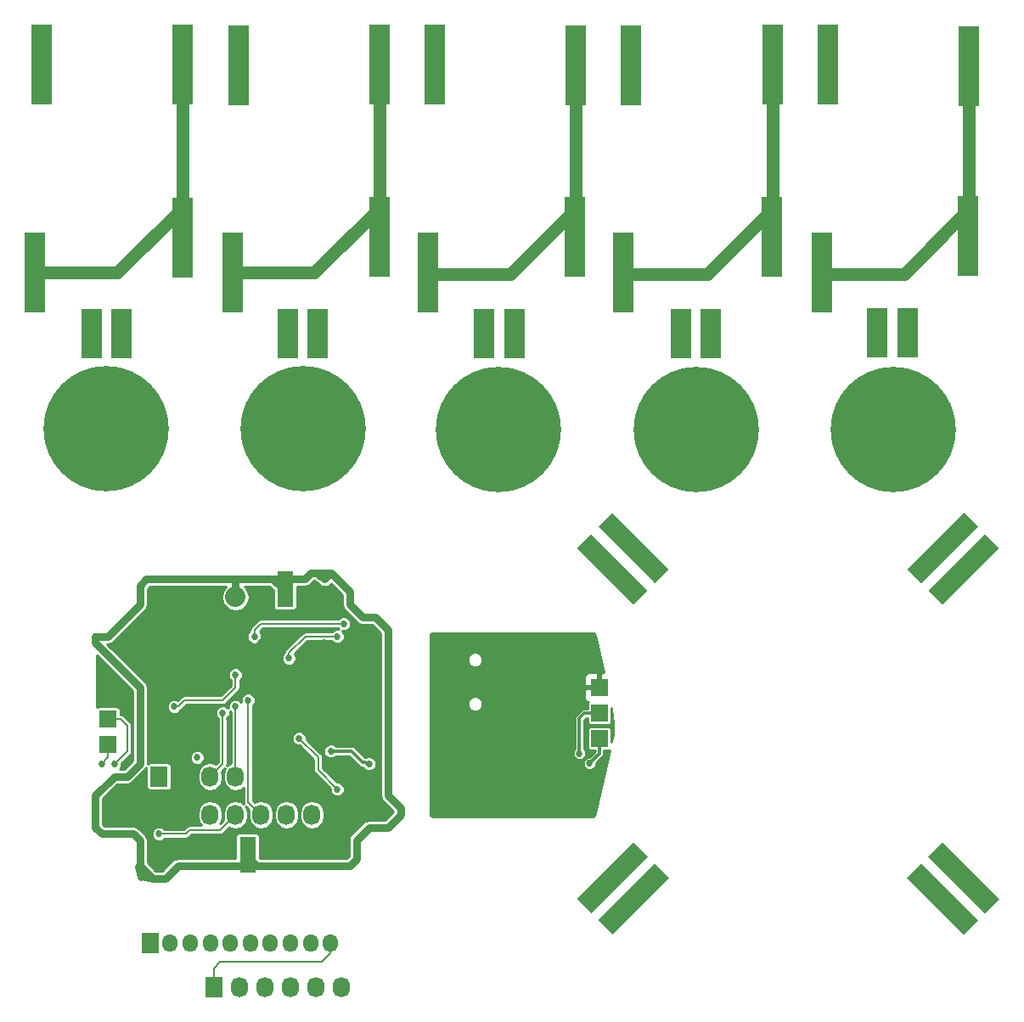
<source format=gbl>
G04 #@! TF.FileFunction,Copper,L2,Bot,Signal*
%FSLAX46Y46*%
G04 Gerber Fmt 4.6, Leading zero omitted, Abs format (unit mm)*
G04 Created by KiCad (PCBNEW (2015-07-22 BZR 5980)-product) date Sun 06 Sep 2015 09:14:58 AM MDT*
%MOMM*%
G01*
G04 APERTURE LIST*
%ADD10C,0.100000*%
%ADD11R,1.727200X2.032000*%
%ADD12O,1.524000X1.778000*%
%ADD13R,1.600200X3.599180*%
%ADD14R,2.032000X2.032000*%
%ADD15O,2.032000X2.032000*%
%ADD16R,1.778000X1.778000*%
%ADD17O,1.727200X2.032000*%
%ADD18R,2.000000X8.000000*%
%ADD19R,2.000000X5.000000*%
%ADD20C,12.500000*%
%ADD21C,0.685800*%
%ADD22C,0.762000*%
%ADD23C,0.177800*%
%ADD24C,0.304800*%
%ADD25C,1.270000*%
%ADD26C,0.254000*%
G04 APERTURE END LIST*
D10*
D11*
X67533500Y-149062500D03*
D12*
X69533500Y-149062500D03*
X71533500Y-149062500D03*
X73533500Y-149062500D03*
X75533500Y-149062500D03*
X77533500Y-149062500D03*
X79533500Y-149062500D03*
X81533500Y-149062500D03*
X83533500Y-149062500D03*
X85533500Y-149062500D03*
D13*
X81000000Y-113730000D03*
D14*
X73498559Y-114561294D03*
D15*
X76038559Y-114561294D03*
D13*
X77250000Y-140230000D03*
D16*
X63338559Y-129293294D03*
X63338559Y-126753294D03*
X63338559Y-124213294D03*
D11*
X70958559Y-136278294D03*
D17*
X73498559Y-136278294D03*
X76038559Y-136278294D03*
X78578559Y-136278294D03*
X81118559Y-136278294D03*
X83658559Y-136278294D03*
D11*
X68418559Y-132468294D03*
D17*
X70958559Y-132468294D03*
X73498559Y-132468294D03*
X76038559Y-132468294D03*
D16*
X112340410Y-128662661D03*
X112340410Y-126122661D03*
X112340410Y-123582661D03*
D18*
X70750000Y-61480000D03*
X90400000Y-61430000D03*
X110000000Y-61530000D03*
X129600000Y-61430000D03*
X70750000Y-78730000D03*
X90400000Y-78630000D03*
X109900000Y-78630000D03*
X129500000Y-78630000D03*
X149200000Y-61630000D03*
X149100000Y-78530000D03*
D19*
X143050000Y-88230000D03*
X140050000Y-88230000D03*
X123450000Y-88280000D03*
X120450000Y-88280000D03*
X103850000Y-88305000D03*
X100850000Y-88305000D03*
X84250000Y-88280000D03*
X81250000Y-88280000D03*
X64675000Y-88305000D03*
X61675000Y-88305000D03*
D18*
X56700000Y-61430000D03*
X76400000Y-61530000D03*
X95900000Y-61430000D03*
X115500000Y-61530000D03*
D10*
G36*
X110103806Y-109669340D02*
X111518020Y-108255126D01*
X117174874Y-113911980D01*
X115760660Y-115326194D01*
X110103806Y-109669340D01*
X110103806Y-109669340D01*
G37*
G36*
X112225126Y-107548020D02*
X113639340Y-106133806D01*
X119296194Y-111790660D01*
X117881980Y-113204874D01*
X112225126Y-107548020D01*
X112225126Y-107548020D01*
G37*
G36*
X148660660Y-106133806D02*
X150074874Y-107548020D01*
X144418020Y-113204874D01*
X143003806Y-111790660D01*
X148660660Y-106133806D01*
X148660660Y-106133806D01*
G37*
G36*
X150781980Y-108255126D02*
X152196194Y-109669340D01*
X146539340Y-115326194D01*
X145125126Y-113911980D01*
X150781980Y-108255126D01*
X150781980Y-108255126D01*
G37*
G36*
X152196194Y-144690660D02*
X150781980Y-146104874D01*
X145125126Y-140448020D01*
X146539340Y-139033806D01*
X152196194Y-144690660D01*
X152196194Y-144690660D01*
G37*
G36*
X150074874Y-146811980D02*
X148660660Y-148226194D01*
X143003806Y-142569340D01*
X144418020Y-141155126D01*
X150074874Y-146811980D01*
X150074874Y-146811980D01*
G37*
G36*
X113639340Y-148226194D02*
X112225126Y-146811980D01*
X117881980Y-141155126D01*
X119296194Y-142569340D01*
X113639340Y-148226194D01*
X113639340Y-148226194D01*
G37*
G36*
X111518020Y-146104874D02*
X110103806Y-144690660D01*
X115760660Y-139033806D01*
X117174874Y-140448020D01*
X111518020Y-146104874D01*
X111518020Y-146104874D01*
G37*
D18*
X135100000Y-61430000D03*
D20*
X122000000Y-97830000D03*
X102300000Y-97830000D03*
X82775000Y-97805000D03*
X63175000Y-97805000D03*
X141600000Y-97830000D03*
D18*
X56000000Y-82230000D03*
X75750000Y-82230000D03*
X95250000Y-82230000D03*
X114750000Y-82230000D03*
X134500000Y-82230000D03*
D11*
X73883500Y-153507500D03*
D17*
X76423500Y-153507500D03*
X78963500Y-153507500D03*
X81503500Y-153507500D03*
X84043500Y-153507500D03*
X86583500Y-153507500D03*
D21*
X84928559Y-112783294D03*
X66660968Y-142434425D03*
X67783559Y-142628294D03*
X66513559Y-141358294D03*
X91160968Y-137548294D03*
X92548559Y-136278294D03*
X91278559Y-122943294D03*
X62068559Y-118498294D03*
X84293559Y-112148294D03*
X85563559Y-112148294D03*
X88750000Y-125630000D03*
X88738559Y-131833294D03*
X87468559Y-121038294D03*
X88738559Y-121038294D03*
X90008559Y-121038294D03*
X64608559Y-135008294D03*
X65878559Y-133738294D03*
X64608559Y-133738294D03*
X69688559Y-114053294D03*
X71593559Y-114053294D03*
X84928559Y-140088294D03*
X86198559Y-138183294D03*
X85563559Y-139453294D03*
X78578559Y-119133294D03*
X67148559Y-122308294D03*
X65243559Y-124213294D03*
X69053559Y-124848294D03*
X69053559Y-115958294D03*
X66513559Y-119768294D03*
X84928559Y-119133294D03*
X79848559Y-132468294D03*
X83023559Y-131198294D03*
X75403559Y-126753294D03*
X81118559Y-126753294D03*
X74133559Y-119133294D03*
X73498559Y-122308294D03*
X89373559Y-131198294D03*
X85563559Y-129928294D03*
X72228559Y-130563294D03*
X68418559Y-138183294D03*
X77308559Y-124848294D03*
X74768559Y-126118294D03*
X76038559Y-125483294D03*
X81372559Y-120657294D03*
X86198559Y-118498294D03*
X86198559Y-133738294D03*
X82388559Y-128658294D03*
X63973559Y-131198294D03*
X69942559Y-125483294D03*
X62703559Y-131198294D03*
X76038559Y-122308294D03*
X105341184Y-124662768D03*
X111341184Y-131162768D03*
X110341184Y-130162768D03*
X86833559Y-117228294D03*
X77943559Y-118513996D03*
D22*
X81000000Y-113980000D02*
X79750000Y-112730000D01*
X76038559Y-114561294D02*
X76038559Y-112730000D01*
X76038559Y-112730000D02*
X76000000Y-112768559D01*
X76000000Y-112768559D02*
X76000000Y-112980000D01*
X76000000Y-112980000D02*
X76000000Y-112730000D01*
X84293559Y-112148294D02*
X83581706Y-112148294D01*
X83581706Y-112148294D02*
X83000000Y-112730000D01*
X83000000Y-112730000D02*
X79750000Y-112730000D01*
X79750000Y-112730000D02*
X76000000Y-112730000D01*
X76000000Y-112730000D02*
X67201853Y-112730000D01*
X67201853Y-112730000D02*
X67148559Y-112783294D01*
X84928559Y-112783294D02*
X84293559Y-112148294D01*
X84293559Y-112148294D02*
X84293559Y-112273559D01*
X84293559Y-112273559D02*
X84500000Y-112480000D01*
X84500000Y-112480000D02*
X84500000Y-112148294D01*
X84928559Y-112783294D02*
X85563559Y-112148294D01*
X85563559Y-112148294D02*
X84500000Y-112148294D01*
X84500000Y-112148294D02*
X84293559Y-112148294D01*
X77250000Y-140230000D02*
X77250000Y-140480000D01*
X77250000Y-140480000D02*
X78128294Y-141358294D01*
X87468559Y-141358294D02*
X78128294Y-141358294D01*
X78128294Y-141358294D02*
X70323559Y-141358294D01*
X66660968Y-142434425D02*
X66410968Y-141460885D01*
X66410968Y-141460885D02*
X66513559Y-141358294D01*
X67783559Y-142628294D02*
X66513559Y-141358294D01*
X67783559Y-142628294D02*
X66717099Y-142378294D01*
X66717099Y-142378294D02*
X66660968Y-142434425D01*
X91160968Y-137548294D02*
X91278559Y-137548294D01*
X91278559Y-137548294D02*
X92548559Y-136278294D01*
X92548559Y-135643294D02*
X91278559Y-134373294D01*
X91278559Y-134373294D02*
X91278559Y-128620518D01*
X92548559Y-136278294D02*
X92548559Y-135643294D01*
X87468559Y-141358294D02*
X88103559Y-140723294D01*
X89373559Y-137548294D02*
X91160968Y-137548294D01*
X88103559Y-138818294D02*
X89373559Y-137548294D01*
X88103559Y-140723294D02*
X88103559Y-138818294D01*
X66513559Y-131198294D02*
X66513559Y-123578294D01*
X62068559Y-119133294D02*
X62703559Y-119768294D01*
X62068559Y-118498294D02*
X62068559Y-119133294D01*
X65878559Y-138183294D02*
X66513559Y-138818294D01*
X62703559Y-138183294D02*
X65878559Y-138183294D01*
X62068559Y-137548294D02*
X62703559Y-138183294D01*
X62068559Y-134373294D02*
X62068559Y-137548294D01*
X66513559Y-141358294D02*
X66513559Y-138818294D01*
X62703559Y-119768294D02*
X66513559Y-123578294D01*
X66513559Y-131198294D02*
X65243559Y-132468294D01*
X63973559Y-132468294D02*
X65243559Y-132468294D01*
X62068559Y-134373294D02*
X63973559Y-132468294D01*
X91278559Y-128620518D02*
X91278559Y-122943294D01*
X91240783Y-128658294D02*
X91278559Y-128620518D01*
X66513559Y-113418294D02*
X66513559Y-115323294D01*
X66513559Y-115323294D02*
X63338559Y-118498294D01*
X63338559Y-118498294D02*
X62068559Y-118498294D01*
X91278559Y-122943294D02*
X91278559Y-117863294D01*
X87468559Y-114053294D02*
X86198559Y-112783294D01*
X87468559Y-115323294D02*
X87468559Y-114053294D01*
X88738559Y-116593294D02*
X87468559Y-115323294D01*
X90008559Y-116593294D02*
X88738559Y-116593294D01*
X91278559Y-117863294D02*
X90008559Y-116593294D01*
X86198559Y-112783294D02*
X85563559Y-112148294D01*
X69053559Y-142628294D02*
X70323559Y-141358294D01*
X67783559Y-142628294D02*
X69053559Y-142628294D01*
X67148559Y-112783294D02*
X66513559Y-113418294D01*
D23*
X88750000Y-125630000D02*
X88750000Y-125730000D01*
X90008559Y-123156654D02*
X90008559Y-121038294D01*
X90008559Y-121038294D02*
X88738559Y-121038294D01*
X64608559Y-133738294D02*
X65878559Y-133738294D01*
X86198559Y-138818294D02*
X86198559Y-138183294D01*
X85563559Y-139453294D02*
X86198559Y-138818294D01*
X63338559Y-124213294D02*
X65243559Y-124213294D01*
D24*
X89373559Y-131198294D02*
X89119559Y-131198294D01*
X88738559Y-131071294D02*
X87595559Y-129928294D01*
X88992559Y-131071294D02*
X88738559Y-131071294D01*
X89119559Y-131198294D02*
X88992559Y-131071294D01*
X87595559Y-129928294D02*
X85563559Y-129928294D01*
D23*
X74514559Y-137802294D02*
X71466559Y-137802294D01*
X71466559Y-137802294D02*
X71085559Y-138183294D01*
X68418559Y-138183294D02*
X71085559Y-138183294D01*
X74514559Y-137802294D02*
X76038559Y-136278294D01*
X78578559Y-136278294D02*
X77308559Y-135008294D01*
X77308559Y-135008294D02*
X77308559Y-124848294D01*
X73498559Y-132468294D02*
X74768559Y-131198294D01*
X74768559Y-131198294D02*
X74768559Y-126118294D01*
X76038559Y-132468294D02*
X76038559Y-125483294D01*
D25*
X56000000Y-82230000D02*
X64250000Y-82230000D01*
X64250000Y-82230000D02*
X70750000Y-75730000D01*
X70750000Y-75730000D02*
X70750000Y-61480000D01*
X70750000Y-61480000D02*
X70750000Y-78730000D01*
X90400000Y-61480000D02*
X90400000Y-78730000D01*
X90400000Y-75730000D02*
X90400000Y-61480000D01*
X83900000Y-82230000D02*
X90400000Y-75730000D01*
X75650000Y-82230000D02*
X83900000Y-82230000D01*
X109950000Y-61580000D02*
X109950000Y-78830000D01*
X109950000Y-75830000D02*
X109950000Y-61580000D01*
X103450000Y-82330000D02*
X109950000Y-75830000D01*
X95200000Y-82330000D02*
X103450000Y-82330000D01*
X114850000Y-82330000D02*
X123100000Y-82330000D01*
X123100000Y-82330000D02*
X129600000Y-75830000D01*
X129600000Y-75830000D02*
X129600000Y-61580000D01*
X129600000Y-61580000D02*
X129600000Y-78830000D01*
D23*
X81372559Y-120657294D02*
X81372559Y-120149294D01*
X83023559Y-118498294D02*
X86198559Y-118498294D01*
X81372559Y-120149294D02*
X83023559Y-118498294D01*
X86198559Y-133738294D02*
X84293559Y-131833294D01*
X84293559Y-131833294D02*
X84293559Y-130563294D01*
X84293559Y-130563294D02*
X82388559Y-128658294D01*
D25*
X149200000Y-61580000D02*
X149200000Y-78830000D01*
X149200000Y-75830000D02*
X149200000Y-61580000D01*
X142700000Y-82330000D02*
X149200000Y-75830000D01*
X134450000Y-82330000D02*
X142700000Y-82330000D01*
D23*
X65243559Y-129928294D02*
X63973559Y-131198294D01*
X64608559Y-126753294D02*
X65243559Y-127388294D01*
X65243559Y-127388294D02*
X65243559Y-129928294D01*
X63338559Y-126753294D02*
X64608559Y-126753294D01*
X63338559Y-129293294D02*
X63338559Y-130563294D01*
X63338559Y-130563294D02*
X62703559Y-131198294D01*
X74768559Y-124848294D02*
X76038559Y-123578294D01*
X70958559Y-124848294D02*
X70323559Y-125483294D01*
X74768559Y-124848294D02*
X70958559Y-124848294D01*
X70323559Y-125483294D02*
X69942559Y-125483294D01*
X76038559Y-123578294D02*
X76038559Y-122308294D01*
D24*
X112341184Y-123622768D02*
X106381184Y-123622768D01*
X106381184Y-123622768D02*
X105341184Y-124662768D01*
X112341184Y-128702768D02*
X112341184Y-130162768D01*
X112341184Y-130162768D02*
X111341184Y-131162768D01*
X112341184Y-126162768D02*
X110841184Y-126162768D01*
X110341184Y-126662768D02*
X110341184Y-130162768D01*
X110841184Y-126162768D02*
X110341184Y-126662768D01*
D23*
X86833559Y-117228294D02*
X80499222Y-117228294D01*
X77943559Y-118513996D02*
X77943559Y-117863294D01*
X78578559Y-117228294D02*
X86833559Y-117228294D01*
X77943559Y-117863294D02*
X78578559Y-117228294D01*
X73883500Y-153507500D02*
X73883500Y-151602500D01*
X85533500Y-150112500D02*
X85533500Y-149062500D01*
X84678500Y-150967500D02*
X85533500Y-150112500D01*
X74518500Y-150967500D02*
X84678500Y-150967500D01*
X73883500Y-151602500D02*
X74518500Y-150967500D01*
D26*
G36*
X90478784Y-128658294D02*
X90516559Y-128848204D01*
X90516559Y-134373294D01*
X90574563Y-134664899D01*
X90683859Y-134828471D01*
X90739744Y-134912109D01*
X91786559Y-135958925D01*
X91786559Y-135962663D01*
X90962929Y-136786294D01*
X89373559Y-136786294D01*
X89081954Y-136844298D01*
X88834743Y-137009479D01*
X87564744Y-138279479D01*
X87399563Y-138526689D01*
X87341559Y-138818294D01*
X87341559Y-140407663D01*
X87152929Y-140596294D01*
X78443925Y-140596294D01*
X78438564Y-140590933D01*
X78438564Y-138430410D01*
X78410378Y-138285136D01*
X78326504Y-138157454D01*
X78199884Y-138071984D01*
X78050100Y-138041946D01*
X76449900Y-138041946D01*
X76304626Y-138070132D01*
X76176944Y-138154006D01*
X76091474Y-138280626D01*
X76061436Y-138430410D01*
X76061436Y-140596294D01*
X70323559Y-140596294D01*
X70031959Y-140654297D01*
X70031954Y-140654298D01*
X69784743Y-140819479D01*
X68737929Y-141866294D01*
X68099190Y-141866294D01*
X67275559Y-141042664D01*
X67275559Y-138818294D01*
X67217555Y-138526689D01*
X67123088Y-138385309D01*
X67083897Y-138326655D01*
X67694534Y-138326655D01*
X67804509Y-138592815D01*
X68007967Y-138796629D01*
X68273935Y-138907068D01*
X68561920Y-138907319D01*
X68828080Y-138797344D01*
X68972482Y-138653194D01*
X71085559Y-138653194D01*
X71265382Y-138617425D01*
X71417828Y-138515563D01*
X71661198Y-138272194D01*
X74514559Y-138272194D01*
X74694382Y-138236425D01*
X74846828Y-138134563D01*
X75449092Y-137532299D01*
X75562271Y-137607923D01*
X76038559Y-137702663D01*
X76514847Y-137607923D01*
X76918624Y-137338128D01*
X77188419Y-136934351D01*
X77283159Y-136458063D01*
X77283159Y-136098525D01*
X77188419Y-135622237D01*
X77048379Y-135412652D01*
X77400372Y-135764645D01*
X77333959Y-136098525D01*
X77333959Y-136458063D01*
X77428699Y-136934351D01*
X77698494Y-137338128D01*
X78102271Y-137607923D01*
X78578559Y-137702663D01*
X79054847Y-137607923D01*
X79458624Y-137338128D01*
X79728419Y-136934351D01*
X79823159Y-136458063D01*
X79823159Y-136098525D01*
X79873959Y-136098525D01*
X79873959Y-136458063D01*
X79968699Y-136934351D01*
X80238494Y-137338128D01*
X80642271Y-137607923D01*
X81118559Y-137702663D01*
X81594847Y-137607923D01*
X81998624Y-137338128D01*
X82268419Y-136934351D01*
X82363159Y-136458063D01*
X82363159Y-136098525D01*
X82413959Y-136098525D01*
X82413959Y-136458063D01*
X82508699Y-136934351D01*
X82778494Y-137338128D01*
X83182271Y-137607923D01*
X83658559Y-137702663D01*
X84134847Y-137607923D01*
X84538624Y-137338128D01*
X84808419Y-136934351D01*
X84903159Y-136458063D01*
X84903159Y-136098525D01*
X84808419Y-135622237D01*
X84538624Y-135218460D01*
X84134847Y-134948665D01*
X83658559Y-134853925D01*
X83182271Y-134948665D01*
X82778494Y-135218460D01*
X82508699Y-135622237D01*
X82413959Y-136098525D01*
X82363159Y-136098525D01*
X82363159Y-136098525D01*
X82268419Y-135622237D01*
X81998624Y-135218460D01*
X81594847Y-134948665D01*
X81118559Y-134853925D01*
X80642271Y-134948665D01*
X80238494Y-135218460D01*
X79968699Y-135622237D01*
X79873959Y-136098525D01*
X79823159Y-136098525D01*
X79823159Y-136098525D01*
X79728419Y-135622237D01*
X79458624Y-135218460D01*
X79054847Y-134948665D01*
X78578559Y-134853925D01*
X78102271Y-134948665D01*
X77989092Y-135024289D01*
X77778459Y-134813656D01*
X77778459Y-128801655D01*
X81664534Y-128801655D01*
X81774509Y-129067815D01*
X81977967Y-129271629D01*
X82243935Y-129382068D01*
X82447973Y-129382246D01*
X83823659Y-130757933D01*
X83823659Y-131833294D01*
X83848921Y-131960294D01*
X83859428Y-132013117D01*
X83961290Y-132165563D01*
X85474711Y-133678984D01*
X85474534Y-133881655D01*
X85584509Y-134147815D01*
X85787967Y-134351629D01*
X86053935Y-134462068D01*
X86341920Y-134462319D01*
X86608080Y-134352344D01*
X86811894Y-134148886D01*
X86922333Y-133882918D01*
X86922584Y-133594933D01*
X86812609Y-133328773D01*
X86609151Y-133124959D01*
X86343183Y-133014520D01*
X86139146Y-133014342D01*
X84763459Y-131638656D01*
X84763459Y-130563294D01*
X84727690Y-130383471D01*
X84713695Y-130362526D01*
X84625829Y-130231025D01*
X84466459Y-130071655D01*
X84839534Y-130071655D01*
X84949509Y-130337815D01*
X85152967Y-130541629D01*
X85418935Y-130652068D01*
X85706920Y-130652319D01*
X85973080Y-130542344D01*
X86053871Y-130461694D01*
X87374617Y-130461694D01*
X88361388Y-131448465D01*
X88534436Y-131564091D01*
X88738559Y-131604694D01*
X88758219Y-131604694D01*
X88759509Y-131607815D01*
X88962967Y-131811629D01*
X89228935Y-131922068D01*
X89516920Y-131922319D01*
X89783080Y-131812344D01*
X89986894Y-131608886D01*
X90097333Y-131342918D01*
X90097584Y-131054933D01*
X89987609Y-130788773D01*
X89784151Y-130584959D01*
X89518183Y-130474520D01*
X89230198Y-130474269D01*
X89049029Y-130549127D01*
X88992559Y-130537894D01*
X88959501Y-130537894D01*
X87972730Y-129551123D01*
X87799682Y-129435497D01*
X87595559Y-129394894D01*
X86053946Y-129394894D01*
X85974151Y-129314959D01*
X85708183Y-129204520D01*
X85420198Y-129204269D01*
X85154038Y-129314244D01*
X84950224Y-129517702D01*
X84839785Y-129783670D01*
X84839534Y-130071655D01*
X84466459Y-130071655D01*
X83112407Y-128717604D01*
X83112584Y-128514933D01*
X83002609Y-128248773D01*
X82799151Y-128044959D01*
X82533183Y-127934520D01*
X82245198Y-127934269D01*
X81979038Y-128044244D01*
X81775224Y-128247702D01*
X81664785Y-128513670D01*
X81664534Y-128801655D01*
X77778459Y-128801655D01*
X77778459Y-125402070D01*
X77921894Y-125258886D01*
X78032333Y-124992918D01*
X78032584Y-124704933D01*
X77922609Y-124438773D01*
X77719151Y-124234959D01*
X77453183Y-124124520D01*
X77165198Y-124124269D01*
X76899038Y-124234244D01*
X76695224Y-124437702D01*
X76584785Y-124703670D01*
X76584534Y-124991655D01*
X76594350Y-125015412D01*
X76449151Y-124869959D01*
X76183183Y-124759520D01*
X75895198Y-124759269D01*
X75629038Y-124869244D01*
X75425224Y-125072702D01*
X75314785Y-125338670D01*
X75314534Y-125626655D01*
X75324350Y-125650412D01*
X75179151Y-125504959D01*
X74913183Y-125394520D01*
X74625198Y-125394269D01*
X74359038Y-125504244D01*
X74155224Y-125707702D01*
X74044785Y-125973670D01*
X74044534Y-126261655D01*
X74154509Y-126527815D01*
X74298659Y-126672217D01*
X74298659Y-131003655D01*
X74088026Y-131214289D01*
X73974847Y-131138665D01*
X73498559Y-131043925D01*
X73022271Y-131138665D01*
X72618494Y-131408460D01*
X72348699Y-131812237D01*
X72253959Y-132288525D01*
X72253959Y-132648063D01*
X72348699Y-133124351D01*
X72618494Y-133528128D01*
X73022271Y-133797923D01*
X73498559Y-133892663D01*
X73974847Y-133797923D01*
X74378624Y-133528128D01*
X74648419Y-133124351D01*
X74743159Y-132648063D01*
X74743159Y-132288525D01*
X74676746Y-131954646D01*
X75028738Y-131602654D01*
X74888699Y-131812237D01*
X74793959Y-132288525D01*
X74793959Y-132648063D01*
X74888699Y-133124351D01*
X75158494Y-133528128D01*
X75562271Y-133797923D01*
X76038559Y-133892663D01*
X76514847Y-133797923D01*
X76838659Y-133581559D01*
X76838659Y-135008294D01*
X76863921Y-135135293D01*
X76874428Y-135188117D01*
X76875408Y-135189584D01*
X76514847Y-134948665D01*
X76038559Y-134853925D01*
X75562271Y-134948665D01*
X75158494Y-135218460D01*
X74888699Y-135622237D01*
X74793959Y-136098525D01*
X74793959Y-136458063D01*
X74860372Y-136791942D01*
X74508379Y-137143936D01*
X74648419Y-136934351D01*
X74743159Y-136458063D01*
X74743159Y-136098525D01*
X74648419Y-135622237D01*
X74378624Y-135218460D01*
X73974847Y-134948665D01*
X73498559Y-134853925D01*
X73022271Y-134948665D01*
X72618494Y-135218460D01*
X72348699Y-135622237D01*
X72253959Y-136098525D01*
X72253959Y-136458063D01*
X72348699Y-136934351D01*
X72614663Y-137332394D01*
X71466559Y-137332394D01*
X71293377Y-137366842D01*
X71286736Y-137368163D01*
X71134289Y-137470025D01*
X70890921Y-137713394D01*
X68972335Y-137713394D01*
X68829151Y-137569959D01*
X68563183Y-137459520D01*
X68275198Y-137459269D01*
X68009038Y-137569244D01*
X67805224Y-137772702D01*
X67694785Y-138038670D01*
X67694534Y-138326655D01*
X67083897Y-138326655D01*
X67052375Y-138279479D01*
X66417374Y-137644479D01*
X66384437Y-137622471D01*
X66170164Y-137479298D01*
X65878559Y-137421294D01*
X63019190Y-137421294D01*
X62830559Y-137232664D01*
X62830559Y-134688924D01*
X64289189Y-133230294D01*
X65243559Y-133230294D01*
X65535164Y-133172290D01*
X65782374Y-133007109D01*
X67052374Y-131737110D01*
X67166495Y-131566316D01*
X67166495Y-133484294D01*
X67194681Y-133629568D01*
X67278555Y-133757250D01*
X67405175Y-133842720D01*
X67554959Y-133872758D01*
X69282159Y-133872758D01*
X69427433Y-133844572D01*
X69555115Y-133760698D01*
X69640585Y-133634078D01*
X69670623Y-133484294D01*
X69670623Y-131452294D01*
X69642437Y-131307020D01*
X69558563Y-131179338D01*
X69431943Y-131093868D01*
X69282159Y-131063830D01*
X67554959Y-131063830D01*
X67409685Y-131092016D01*
X67282003Y-131175890D01*
X67275559Y-131185436D01*
X67275559Y-130706655D01*
X71504534Y-130706655D01*
X71614509Y-130972815D01*
X71817967Y-131176629D01*
X72083935Y-131287068D01*
X72371920Y-131287319D01*
X72638080Y-131177344D01*
X72841894Y-130973886D01*
X72952333Y-130707918D01*
X72952584Y-130419933D01*
X72842609Y-130153773D01*
X72639151Y-129949959D01*
X72373183Y-129839520D01*
X72085198Y-129839269D01*
X71819038Y-129949244D01*
X71615224Y-130152702D01*
X71504785Y-130418670D01*
X71504534Y-130706655D01*
X67275559Y-130706655D01*
X67275559Y-125626655D01*
X69218534Y-125626655D01*
X69328509Y-125892815D01*
X69531967Y-126096629D01*
X69797935Y-126207068D01*
X70085920Y-126207319D01*
X70352080Y-126097344D01*
X70555894Y-125893886D01*
X70562531Y-125877903D01*
X70655828Y-125815563D01*
X71153198Y-125318194D01*
X74768559Y-125318194D01*
X74948382Y-125282425D01*
X75100828Y-125180563D01*
X76370828Y-123910564D01*
X76472690Y-123758117D01*
X76485631Y-123693056D01*
X76508459Y-123578294D01*
X76508459Y-122862070D01*
X76651894Y-122718886D01*
X76762333Y-122452918D01*
X76762584Y-122164933D01*
X76652609Y-121898773D01*
X76449151Y-121694959D01*
X76183183Y-121584520D01*
X75895198Y-121584269D01*
X75629038Y-121694244D01*
X75425224Y-121897702D01*
X75314785Y-122163670D01*
X75314534Y-122451655D01*
X75424509Y-122717815D01*
X75568659Y-122862217D01*
X75568659Y-123383655D01*
X74573921Y-124378394D01*
X70958559Y-124378394D01*
X70778736Y-124414163D01*
X70626290Y-124516024D01*
X70296061Y-124846253D01*
X70087183Y-124759520D01*
X69799198Y-124759269D01*
X69533038Y-124869244D01*
X69329224Y-125072702D01*
X69218785Y-125338670D01*
X69218534Y-125626655D01*
X67275559Y-125626655D01*
X67275559Y-123578294D01*
X67217555Y-123286689D01*
X67122322Y-123144163D01*
X67052375Y-123039479D01*
X63273189Y-119260294D01*
X63338559Y-119260294D01*
X63630164Y-119202290D01*
X63877374Y-119037109D01*
X64257126Y-118657357D01*
X77219534Y-118657357D01*
X77329509Y-118923517D01*
X77532967Y-119127331D01*
X77798935Y-119237770D01*
X78086920Y-119238021D01*
X78353080Y-119128046D01*
X78556894Y-118924588D01*
X78667333Y-118658620D01*
X78667584Y-118370635D01*
X78557609Y-118104475D01*
X78462346Y-118009045D01*
X78773198Y-117698194D01*
X86279783Y-117698194D01*
X86365032Y-117783592D01*
X86343183Y-117774520D01*
X86055198Y-117774269D01*
X85789038Y-117884244D01*
X85644636Y-118028394D01*
X83023559Y-118028394D01*
X82843736Y-118064163D01*
X82691290Y-118166024D01*
X81040290Y-119817025D01*
X80938428Y-119969471D01*
X80914020Y-120092176D01*
X80759224Y-120246702D01*
X80648785Y-120512670D01*
X80648534Y-120800655D01*
X80758509Y-121066815D01*
X80961967Y-121270629D01*
X81227935Y-121381068D01*
X81515920Y-121381319D01*
X81782080Y-121271344D01*
X81985894Y-121067886D01*
X82096333Y-120801918D01*
X82096584Y-120513933D01*
X81986609Y-120247773D01*
X81962635Y-120223757D01*
X83218198Y-118968194D01*
X85644783Y-118968194D01*
X85787967Y-119111629D01*
X86053935Y-119222068D01*
X86341920Y-119222319D01*
X86608080Y-119112344D01*
X86811894Y-118908886D01*
X86922333Y-118642918D01*
X86922584Y-118354933D01*
X86812609Y-118088773D01*
X86667086Y-117942996D01*
X86688935Y-117952068D01*
X86976920Y-117952319D01*
X87243080Y-117842344D01*
X87446894Y-117638886D01*
X87557333Y-117372918D01*
X87557584Y-117084933D01*
X87447609Y-116818773D01*
X87244151Y-116614959D01*
X86978183Y-116504520D01*
X86690198Y-116504269D01*
X86424038Y-116614244D01*
X86279636Y-116758394D01*
X78578559Y-116758394D01*
X78398736Y-116794163D01*
X78246290Y-116896024D01*
X77611290Y-117531025D01*
X77509428Y-117683471D01*
X77473659Y-117863294D01*
X77473659Y-117960220D01*
X77330224Y-118103404D01*
X77219785Y-118369372D01*
X77219534Y-118657357D01*
X64257126Y-118657357D01*
X67052374Y-115862109D01*
X67217555Y-115614899D01*
X67217555Y-115614898D01*
X67275559Y-115323294D01*
X67275559Y-113733924D01*
X67517484Y-113492000D01*
X75131693Y-113492000D01*
X75050731Y-113546097D01*
X74747899Y-113999316D01*
X74641559Y-114533925D01*
X74641559Y-114588663D01*
X74747899Y-115123272D01*
X75050731Y-115576491D01*
X75503950Y-115879323D01*
X76038559Y-115985663D01*
X76573168Y-115879323D01*
X77026387Y-115576491D01*
X77329219Y-115123272D01*
X77435559Y-114588663D01*
X77435559Y-114533925D01*
X77329219Y-113999316D01*
X77026387Y-113546097D01*
X76945425Y-113492000D01*
X79434370Y-113492000D01*
X79811436Y-113869066D01*
X79811436Y-115529590D01*
X79839622Y-115674864D01*
X79923496Y-115802546D01*
X80050116Y-115888016D01*
X80199900Y-115918054D01*
X81800100Y-115918054D01*
X81945374Y-115889868D01*
X82073056Y-115805994D01*
X82158526Y-115679374D01*
X82188564Y-115529590D01*
X82188564Y-113492000D01*
X83000000Y-113492000D01*
X83291605Y-113433996D01*
X83538815Y-113268815D01*
X83875000Y-112932631D01*
X83961185Y-113018816D01*
X84109377Y-113117834D01*
X84208395Y-113183996D01*
X84262366Y-113194731D01*
X84389744Y-113322110D01*
X84636955Y-113487290D01*
X84928559Y-113545294D01*
X85220164Y-113487290D01*
X85467375Y-113322110D01*
X85467379Y-113322104D01*
X85563559Y-113225924D01*
X85659744Y-113322110D01*
X85659747Y-113322112D01*
X86706559Y-114368925D01*
X86706559Y-115323294D01*
X86764563Y-115614899D01*
X86867502Y-115768957D01*
X86929744Y-115862109D01*
X88199743Y-117132109D01*
X88397032Y-117263933D01*
X88446954Y-117297290D01*
X88738559Y-117355294D01*
X89692929Y-117355294D01*
X90516559Y-118178925D01*
X90516559Y-128468384D01*
X90478784Y-128658294D01*
X90478784Y-128658294D01*
G37*
X90478784Y-128658294D02*
X90516559Y-128848204D01*
X90516559Y-134373294D01*
X90574563Y-134664899D01*
X90683859Y-134828471D01*
X90739744Y-134912109D01*
X91786559Y-135958925D01*
X91786559Y-135962663D01*
X90962929Y-136786294D01*
X89373559Y-136786294D01*
X89081954Y-136844298D01*
X88834743Y-137009479D01*
X87564744Y-138279479D01*
X87399563Y-138526689D01*
X87341559Y-138818294D01*
X87341559Y-140407663D01*
X87152929Y-140596294D01*
X78443925Y-140596294D01*
X78438564Y-140590933D01*
X78438564Y-138430410D01*
X78410378Y-138285136D01*
X78326504Y-138157454D01*
X78199884Y-138071984D01*
X78050100Y-138041946D01*
X76449900Y-138041946D01*
X76304626Y-138070132D01*
X76176944Y-138154006D01*
X76091474Y-138280626D01*
X76061436Y-138430410D01*
X76061436Y-140596294D01*
X70323559Y-140596294D01*
X70031959Y-140654297D01*
X70031954Y-140654298D01*
X69784743Y-140819479D01*
X68737929Y-141866294D01*
X68099190Y-141866294D01*
X67275559Y-141042664D01*
X67275559Y-138818294D01*
X67217555Y-138526689D01*
X67123088Y-138385309D01*
X67083897Y-138326655D01*
X67694534Y-138326655D01*
X67804509Y-138592815D01*
X68007967Y-138796629D01*
X68273935Y-138907068D01*
X68561920Y-138907319D01*
X68828080Y-138797344D01*
X68972482Y-138653194D01*
X71085559Y-138653194D01*
X71265382Y-138617425D01*
X71417828Y-138515563D01*
X71661198Y-138272194D01*
X74514559Y-138272194D01*
X74694382Y-138236425D01*
X74846828Y-138134563D01*
X75449092Y-137532299D01*
X75562271Y-137607923D01*
X76038559Y-137702663D01*
X76514847Y-137607923D01*
X76918624Y-137338128D01*
X77188419Y-136934351D01*
X77283159Y-136458063D01*
X77283159Y-136098525D01*
X77188419Y-135622237D01*
X77048379Y-135412652D01*
X77400372Y-135764645D01*
X77333959Y-136098525D01*
X77333959Y-136458063D01*
X77428699Y-136934351D01*
X77698494Y-137338128D01*
X78102271Y-137607923D01*
X78578559Y-137702663D01*
X79054847Y-137607923D01*
X79458624Y-137338128D01*
X79728419Y-136934351D01*
X79823159Y-136458063D01*
X79823159Y-136098525D01*
X79873959Y-136098525D01*
X79873959Y-136458063D01*
X79968699Y-136934351D01*
X80238494Y-137338128D01*
X80642271Y-137607923D01*
X81118559Y-137702663D01*
X81594847Y-137607923D01*
X81998624Y-137338128D01*
X82268419Y-136934351D01*
X82363159Y-136458063D01*
X82363159Y-136098525D01*
X82413959Y-136098525D01*
X82413959Y-136458063D01*
X82508699Y-136934351D01*
X82778494Y-137338128D01*
X83182271Y-137607923D01*
X83658559Y-137702663D01*
X84134847Y-137607923D01*
X84538624Y-137338128D01*
X84808419Y-136934351D01*
X84903159Y-136458063D01*
X84903159Y-136098525D01*
X84808419Y-135622237D01*
X84538624Y-135218460D01*
X84134847Y-134948665D01*
X83658559Y-134853925D01*
X83182271Y-134948665D01*
X82778494Y-135218460D01*
X82508699Y-135622237D01*
X82413959Y-136098525D01*
X82363159Y-136098525D01*
X82363159Y-136098525D01*
X82268419Y-135622237D01*
X81998624Y-135218460D01*
X81594847Y-134948665D01*
X81118559Y-134853925D01*
X80642271Y-134948665D01*
X80238494Y-135218460D01*
X79968699Y-135622237D01*
X79873959Y-136098525D01*
X79823159Y-136098525D01*
X79823159Y-136098525D01*
X79728419Y-135622237D01*
X79458624Y-135218460D01*
X79054847Y-134948665D01*
X78578559Y-134853925D01*
X78102271Y-134948665D01*
X77989092Y-135024289D01*
X77778459Y-134813656D01*
X77778459Y-128801655D01*
X81664534Y-128801655D01*
X81774509Y-129067815D01*
X81977967Y-129271629D01*
X82243935Y-129382068D01*
X82447973Y-129382246D01*
X83823659Y-130757933D01*
X83823659Y-131833294D01*
X83848921Y-131960294D01*
X83859428Y-132013117D01*
X83961290Y-132165563D01*
X85474711Y-133678984D01*
X85474534Y-133881655D01*
X85584509Y-134147815D01*
X85787967Y-134351629D01*
X86053935Y-134462068D01*
X86341920Y-134462319D01*
X86608080Y-134352344D01*
X86811894Y-134148886D01*
X86922333Y-133882918D01*
X86922584Y-133594933D01*
X86812609Y-133328773D01*
X86609151Y-133124959D01*
X86343183Y-133014520D01*
X86139146Y-133014342D01*
X84763459Y-131638656D01*
X84763459Y-130563294D01*
X84727690Y-130383471D01*
X84713695Y-130362526D01*
X84625829Y-130231025D01*
X84466459Y-130071655D01*
X84839534Y-130071655D01*
X84949509Y-130337815D01*
X85152967Y-130541629D01*
X85418935Y-130652068D01*
X85706920Y-130652319D01*
X85973080Y-130542344D01*
X86053871Y-130461694D01*
X87374617Y-130461694D01*
X88361388Y-131448465D01*
X88534436Y-131564091D01*
X88738559Y-131604694D01*
X88758219Y-131604694D01*
X88759509Y-131607815D01*
X88962967Y-131811629D01*
X89228935Y-131922068D01*
X89516920Y-131922319D01*
X89783080Y-131812344D01*
X89986894Y-131608886D01*
X90097333Y-131342918D01*
X90097584Y-131054933D01*
X89987609Y-130788773D01*
X89784151Y-130584959D01*
X89518183Y-130474520D01*
X89230198Y-130474269D01*
X89049029Y-130549127D01*
X88992559Y-130537894D01*
X88959501Y-130537894D01*
X87972730Y-129551123D01*
X87799682Y-129435497D01*
X87595559Y-129394894D01*
X86053946Y-129394894D01*
X85974151Y-129314959D01*
X85708183Y-129204520D01*
X85420198Y-129204269D01*
X85154038Y-129314244D01*
X84950224Y-129517702D01*
X84839785Y-129783670D01*
X84839534Y-130071655D01*
X84466459Y-130071655D01*
X83112407Y-128717604D01*
X83112584Y-128514933D01*
X83002609Y-128248773D01*
X82799151Y-128044959D01*
X82533183Y-127934520D01*
X82245198Y-127934269D01*
X81979038Y-128044244D01*
X81775224Y-128247702D01*
X81664785Y-128513670D01*
X81664534Y-128801655D01*
X77778459Y-128801655D01*
X77778459Y-125402070D01*
X77921894Y-125258886D01*
X78032333Y-124992918D01*
X78032584Y-124704933D01*
X77922609Y-124438773D01*
X77719151Y-124234959D01*
X77453183Y-124124520D01*
X77165198Y-124124269D01*
X76899038Y-124234244D01*
X76695224Y-124437702D01*
X76584785Y-124703670D01*
X76584534Y-124991655D01*
X76594350Y-125015412D01*
X76449151Y-124869959D01*
X76183183Y-124759520D01*
X75895198Y-124759269D01*
X75629038Y-124869244D01*
X75425224Y-125072702D01*
X75314785Y-125338670D01*
X75314534Y-125626655D01*
X75324350Y-125650412D01*
X75179151Y-125504959D01*
X74913183Y-125394520D01*
X74625198Y-125394269D01*
X74359038Y-125504244D01*
X74155224Y-125707702D01*
X74044785Y-125973670D01*
X74044534Y-126261655D01*
X74154509Y-126527815D01*
X74298659Y-126672217D01*
X74298659Y-131003655D01*
X74088026Y-131214289D01*
X73974847Y-131138665D01*
X73498559Y-131043925D01*
X73022271Y-131138665D01*
X72618494Y-131408460D01*
X72348699Y-131812237D01*
X72253959Y-132288525D01*
X72253959Y-132648063D01*
X72348699Y-133124351D01*
X72618494Y-133528128D01*
X73022271Y-133797923D01*
X73498559Y-133892663D01*
X73974847Y-133797923D01*
X74378624Y-133528128D01*
X74648419Y-133124351D01*
X74743159Y-132648063D01*
X74743159Y-132288525D01*
X74676746Y-131954646D01*
X75028738Y-131602654D01*
X74888699Y-131812237D01*
X74793959Y-132288525D01*
X74793959Y-132648063D01*
X74888699Y-133124351D01*
X75158494Y-133528128D01*
X75562271Y-133797923D01*
X76038559Y-133892663D01*
X76514847Y-133797923D01*
X76838659Y-133581559D01*
X76838659Y-135008294D01*
X76863921Y-135135293D01*
X76874428Y-135188117D01*
X76875408Y-135189584D01*
X76514847Y-134948665D01*
X76038559Y-134853925D01*
X75562271Y-134948665D01*
X75158494Y-135218460D01*
X74888699Y-135622237D01*
X74793959Y-136098525D01*
X74793959Y-136458063D01*
X74860372Y-136791942D01*
X74508379Y-137143936D01*
X74648419Y-136934351D01*
X74743159Y-136458063D01*
X74743159Y-136098525D01*
X74648419Y-135622237D01*
X74378624Y-135218460D01*
X73974847Y-134948665D01*
X73498559Y-134853925D01*
X73022271Y-134948665D01*
X72618494Y-135218460D01*
X72348699Y-135622237D01*
X72253959Y-136098525D01*
X72253959Y-136458063D01*
X72348699Y-136934351D01*
X72614663Y-137332394D01*
X71466559Y-137332394D01*
X71293377Y-137366842D01*
X71286736Y-137368163D01*
X71134289Y-137470025D01*
X70890921Y-137713394D01*
X68972335Y-137713394D01*
X68829151Y-137569959D01*
X68563183Y-137459520D01*
X68275198Y-137459269D01*
X68009038Y-137569244D01*
X67805224Y-137772702D01*
X67694785Y-138038670D01*
X67694534Y-138326655D01*
X67083897Y-138326655D01*
X67052375Y-138279479D01*
X66417374Y-137644479D01*
X66384437Y-137622471D01*
X66170164Y-137479298D01*
X65878559Y-137421294D01*
X63019190Y-137421294D01*
X62830559Y-137232664D01*
X62830559Y-134688924D01*
X64289189Y-133230294D01*
X65243559Y-133230294D01*
X65535164Y-133172290D01*
X65782374Y-133007109D01*
X67052374Y-131737110D01*
X67166495Y-131566316D01*
X67166495Y-133484294D01*
X67194681Y-133629568D01*
X67278555Y-133757250D01*
X67405175Y-133842720D01*
X67554959Y-133872758D01*
X69282159Y-133872758D01*
X69427433Y-133844572D01*
X69555115Y-133760698D01*
X69640585Y-133634078D01*
X69670623Y-133484294D01*
X69670623Y-131452294D01*
X69642437Y-131307020D01*
X69558563Y-131179338D01*
X69431943Y-131093868D01*
X69282159Y-131063830D01*
X67554959Y-131063830D01*
X67409685Y-131092016D01*
X67282003Y-131175890D01*
X67275559Y-131185436D01*
X67275559Y-130706655D01*
X71504534Y-130706655D01*
X71614509Y-130972815D01*
X71817967Y-131176629D01*
X72083935Y-131287068D01*
X72371920Y-131287319D01*
X72638080Y-131177344D01*
X72841894Y-130973886D01*
X72952333Y-130707918D01*
X72952584Y-130419933D01*
X72842609Y-130153773D01*
X72639151Y-129949959D01*
X72373183Y-129839520D01*
X72085198Y-129839269D01*
X71819038Y-129949244D01*
X71615224Y-130152702D01*
X71504785Y-130418670D01*
X71504534Y-130706655D01*
X67275559Y-130706655D01*
X67275559Y-125626655D01*
X69218534Y-125626655D01*
X69328509Y-125892815D01*
X69531967Y-126096629D01*
X69797935Y-126207068D01*
X70085920Y-126207319D01*
X70352080Y-126097344D01*
X70555894Y-125893886D01*
X70562531Y-125877903D01*
X70655828Y-125815563D01*
X71153198Y-125318194D01*
X74768559Y-125318194D01*
X74948382Y-125282425D01*
X75100828Y-125180563D01*
X76370828Y-123910564D01*
X76472690Y-123758117D01*
X76485631Y-123693056D01*
X76508459Y-123578294D01*
X76508459Y-122862070D01*
X76651894Y-122718886D01*
X76762333Y-122452918D01*
X76762584Y-122164933D01*
X76652609Y-121898773D01*
X76449151Y-121694959D01*
X76183183Y-121584520D01*
X75895198Y-121584269D01*
X75629038Y-121694244D01*
X75425224Y-121897702D01*
X75314785Y-122163670D01*
X75314534Y-122451655D01*
X75424509Y-122717815D01*
X75568659Y-122862217D01*
X75568659Y-123383655D01*
X74573921Y-124378394D01*
X70958559Y-124378394D01*
X70778736Y-124414163D01*
X70626290Y-124516024D01*
X70296061Y-124846253D01*
X70087183Y-124759520D01*
X69799198Y-124759269D01*
X69533038Y-124869244D01*
X69329224Y-125072702D01*
X69218785Y-125338670D01*
X69218534Y-125626655D01*
X67275559Y-125626655D01*
X67275559Y-123578294D01*
X67217555Y-123286689D01*
X67122322Y-123144163D01*
X67052375Y-123039479D01*
X63273189Y-119260294D01*
X63338559Y-119260294D01*
X63630164Y-119202290D01*
X63877374Y-119037109D01*
X64257126Y-118657357D01*
X77219534Y-118657357D01*
X77329509Y-118923517D01*
X77532967Y-119127331D01*
X77798935Y-119237770D01*
X78086920Y-119238021D01*
X78353080Y-119128046D01*
X78556894Y-118924588D01*
X78667333Y-118658620D01*
X78667584Y-118370635D01*
X78557609Y-118104475D01*
X78462346Y-118009045D01*
X78773198Y-117698194D01*
X86279783Y-117698194D01*
X86365032Y-117783592D01*
X86343183Y-117774520D01*
X86055198Y-117774269D01*
X85789038Y-117884244D01*
X85644636Y-118028394D01*
X83023559Y-118028394D01*
X82843736Y-118064163D01*
X82691290Y-118166024D01*
X81040290Y-119817025D01*
X80938428Y-119969471D01*
X80914020Y-120092176D01*
X80759224Y-120246702D01*
X80648785Y-120512670D01*
X80648534Y-120800655D01*
X80758509Y-121066815D01*
X80961967Y-121270629D01*
X81227935Y-121381068D01*
X81515920Y-121381319D01*
X81782080Y-121271344D01*
X81985894Y-121067886D01*
X82096333Y-120801918D01*
X82096584Y-120513933D01*
X81986609Y-120247773D01*
X81962635Y-120223757D01*
X83218198Y-118968194D01*
X85644783Y-118968194D01*
X85787967Y-119111629D01*
X86053935Y-119222068D01*
X86341920Y-119222319D01*
X86608080Y-119112344D01*
X86811894Y-118908886D01*
X86922333Y-118642918D01*
X86922584Y-118354933D01*
X86812609Y-118088773D01*
X86667086Y-117942996D01*
X86688935Y-117952068D01*
X86976920Y-117952319D01*
X87243080Y-117842344D01*
X87446894Y-117638886D01*
X87557333Y-117372918D01*
X87557584Y-117084933D01*
X87447609Y-116818773D01*
X87244151Y-116614959D01*
X86978183Y-116504520D01*
X86690198Y-116504269D01*
X86424038Y-116614244D01*
X86279636Y-116758394D01*
X78578559Y-116758394D01*
X78398736Y-116794163D01*
X78246290Y-116896024D01*
X77611290Y-117531025D01*
X77509428Y-117683471D01*
X77473659Y-117863294D01*
X77473659Y-117960220D01*
X77330224Y-118103404D01*
X77219785Y-118369372D01*
X77219534Y-118657357D01*
X64257126Y-118657357D01*
X67052374Y-115862109D01*
X67217555Y-115614899D01*
X67217555Y-115614898D01*
X67275559Y-115323294D01*
X67275559Y-113733924D01*
X67517484Y-113492000D01*
X75131693Y-113492000D01*
X75050731Y-113546097D01*
X74747899Y-113999316D01*
X74641559Y-114533925D01*
X74641559Y-114588663D01*
X74747899Y-115123272D01*
X75050731Y-115576491D01*
X75503950Y-115879323D01*
X76038559Y-115985663D01*
X76573168Y-115879323D01*
X77026387Y-115576491D01*
X77329219Y-115123272D01*
X77435559Y-114588663D01*
X77435559Y-114533925D01*
X77329219Y-113999316D01*
X77026387Y-113546097D01*
X76945425Y-113492000D01*
X79434370Y-113492000D01*
X79811436Y-113869066D01*
X79811436Y-115529590D01*
X79839622Y-115674864D01*
X79923496Y-115802546D01*
X80050116Y-115888016D01*
X80199900Y-115918054D01*
X81800100Y-115918054D01*
X81945374Y-115889868D01*
X82073056Y-115805994D01*
X82158526Y-115679374D01*
X82188564Y-115529590D01*
X82188564Y-113492000D01*
X83000000Y-113492000D01*
X83291605Y-113433996D01*
X83538815Y-113268815D01*
X83875000Y-112932631D01*
X83961185Y-113018816D01*
X84109377Y-113117834D01*
X84208395Y-113183996D01*
X84262366Y-113194731D01*
X84389744Y-113322110D01*
X84636955Y-113487290D01*
X84928559Y-113545294D01*
X85220164Y-113487290D01*
X85467375Y-113322110D01*
X85467379Y-113322104D01*
X85563559Y-113225924D01*
X85659744Y-113322110D01*
X85659747Y-113322112D01*
X86706559Y-114368925D01*
X86706559Y-115323294D01*
X86764563Y-115614899D01*
X86867502Y-115768957D01*
X86929744Y-115862109D01*
X88199743Y-117132109D01*
X88397032Y-117263933D01*
X88446954Y-117297290D01*
X88738559Y-117355294D01*
X89692929Y-117355294D01*
X90516559Y-118178925D01*
X90516559Y-128468384D01*
X90478784Y-128658294D01*
G36*
X75568659Y-126037217D02*
X75568659Y-131137394D01*
X75562271Y-131138665D01*
X75201710Y-131379584D01*
X75202690Y-131378117D01*
X75205618Y-131363395D01*
X75238459Y-131198294D01*
X75238459Y-126672070D01*
X75381894Y-126528886D01*
X75492333Y-126262918D01*
X75492584Y-125974933D01*
X75482768Y-125951176D01*
X75568659Y-126037217D01*
X75568659Y-126037217D01*
G37*
X75568659Y-126037217D02*
X75568659Y-131137394D01*
X75562271Y-131138665D01*
X75201710Y-131379584D01*
X75202690Y-131378117D01*
X75205618Y-131363395D01*
X75238459Y-131198294D01*
X75238459Y-126672070D01*
X75381894Y-126528886D01*
X75492333Y-126262918D01*
X75492584Y-125974933D01*
X75482768Y-125951176D01*
X75568659Y-126037217D01*
G36*
X65751559Y-123893925D02*
X65751559Y-130882663D01*
X64927929Y-131706294D01*
X64489316Y-131706294D01*
X64586894Y-131608886D01*
X64697333Y-131342918D01*
X64697511Y-131138880D01*
X65575828Y-130260564D01*
X65677690Y-130108117D01*
X65680619Y-130093394D01*
X65713459Y-129928294D01*
X65713459Y-127388294D01*
X65677690Y-127208471D01*
X65664631Y-127188927D01*
X65575829Y-127056025D01*
X64940828Y-126421025D01*
X64788382Y-126319163D01*
X64616023Y-126284879D01*
X64616023Y-125864294D01*
X64587837Y-125719020D01*
X64503963Y-125591338D01*
X64377343Y-125505868D01*
X64227559Y-125475830D01*
X62449559Y-125475830D01*
X62304285Y-125504016D01*
X62242677Y-125544486D01*
X62195559Y-125316302D01*
X62195559Y-120337924D01*
X65751559Y-123893925D01*
X65751559Y-123893925D01*
G37*
X65751559Y-123893925D02*
X65751559Y-130882663D01*
X64927929Y-131706294D01*
X64489316Y-131706294D01*
X64586894Y-131608886D01*
X64697333Y-131342918D01*
X64697511Y-131138880D01*
X65575828Y-130260564D01*
X65677690Y-130108117D01*
X65680619Y-130093394D01*
X65713459Y-129928294D01*
X65713459Y-127388294D01*
X65677690Y-127208471D01*
X65664631Y-127188927D01*
X65575829Y-127056025D01*
X64940828Y-126421025D01*
X64788382Y-126319163D01*
X64616023Y-126284879D01*
X64616023Y-125864294D01*
X64587837Y-125719020D01*
X64503963Y-125591338D01*
X64377343Y-125505868D01*
X64227559Y-125475830D01*
X62449559Y-125475830D01*
X62304285Y-125504016D01*
X62242677Y-125544486D01*
X62195559Y-125316302D01*
X62195559Y-120337924D01*
X65751559Y-123893925D01*
G36*
X111784037Y-118176077D02*
X111873527Y-118235872D01*
X111931628Y-118321801D01*
X112758780Y-122058661D01*
X112626160Y-122058661D01*
X112467410Y-122217411D01*
X112467410Y-123455661D01*
X112487410Y-123455661D01*
X112487410Y-123709661D01*
X112467410Y-123709661D01*
X112467410Y-123729661D01*
X112213410Y-123729661D01*
X112213410Y-123709661D01*
X110975160Y-123709661D01*
X110816410Y-123868411D01*
X110816410Y-124597970D01*
X110913083Y-124831359D01*
X111091711Y-125009988D01*
X111203508Y-125056296D01*
X111164669Y-125113834D01*
X111140639Y-125233661D01*
X111140639Y-125705568D01*
X110841184Y-125705568D01*
X110666221Y-125740370D01*
X110517895Y-125839479D01*
X110017895Y-126339479D01*
X109918786Y-126487805D01*
X109883984Y-126662768D01*
X109883984Y-129703983D01*
X109792411Y-129795396D01*
X109693597Y-130033367D01*
X109693372Y-130291038D01*
X109791771Y-130529181D01*
X109973812Y-130711541D01*
X110211783Y-130810355D01*
X110469454Y-130810580D01*
X110707597Y-130712181D01*
X110889957Y-130530140D01*
X110988771Y-130292169D01*
X110988996Y-130034498D01*
X110890597Y-129796355D01*
X110798384Y-129703980D01*
X110798384Y-126852146D01*
X111030562Y-126619968D01*
X111140639Y-126619968D01*
X111140639Y-127011661D01*
X111163188Y-127127880D01*
X111230287Y-127230026D01*
X111331583Y-127298402D01*
X111451410Y-127322432D01*
X113229410Y-127322432D01*
X113345629Y-127299883D01*
X113447775Y-127232784D01*
X113516151Y-127131488D01*
X113540181Y-127011661D01*
X113540181Y-125588834D01*
X113569322Y-125720484D01*
X113714184Y-127169105D01*
X113714184Y-128212118D01*
X113540181Y-128998219D01*
X113540181Y-127773661D01*
X113517632Y-127657442D01*
X113450533Y-127555296D01*
X113349237Y-127486920D01*
X113229410Y-127462890D01*
X111451410Y-127462890D01*
X111335191Y-127485439D01*
X111233045Y-127552538D01*
X111164669Y-127653834D01*
X111140639Y-127773661D01*
X111140639Y-129551661D01*
X111163188Y-129667880D01*
X111230287Y-129770026D01*
X111331583Y-129838402D01*
X111451410Y-129862432D01*
X111883984Y-129862432D01*
X111883984Y-129973389D01*
X111342305Y-130515069D01*
X111212914Y-130514956D01*
X110974771Y-130613355D01*
X110792411Y-130795396D01*
X110693597Y-131033367D01*
X110693372Y-131291038D01*
X110791771Y-131529181D01*
X110973812Y-131711541D01*
X111211783Y-131810355D01*
X111469454Y-131810580D01*
X111707597Y-131712181D01*
X111889957Y-131530140D01*
X111988771Y-131292169D01*
X111988885Y-131161645D01*
X112664474Y-130486057D01*
X112763582Y-130337731D01*
X112798384Y-130162768D01*
X112798384Y-129862432D01*
X113229410Y-129862432D01*
X113345629Y-129839883D01*
X113355283Y-129833542D01*
X111958378Y-136144400D01*
X111845470Y-136370216D01*
X111780408Y-136412662D01*
X111645507Y-136438726D01*
X95764528Y-136438726D01*
X95625012Y-136410975D01*
X95536366Y-136351743D01*
X95477133Y-136263094D01*
X95468184Y-136218106D01*
X95468184Y-125370057D01*
X99182194Y-125370057D01*
X99296799Y-125647424D01*
X99508824Y-125859819D01*
X99785990Y-125974909D01*
X100086101Y-125975170D01*
X100363468Y-125860565D01*
X100575863Y-125648540D01*
X100690953Y-125371374D01*
X100691214Y-125071263D01*
X100576609Y-124793896D01*
X100364584Y-124581501D01*
X100087418Y-124466411D01*
X99787307Y-124466150D01*
X99509940Y-124580755D01*
X99297545Y-124792780D01*
X99182455Y-125069946D01*
X99182194Y-125370057D01*
X95468184Y-125370057D01*
X95468184Y-122567352D01*
X110816410Y-122567352D01*
X110816410Y-123296911D01*
X110975160Y-123455661D01*
X112213410Y-123455661D01*
X112213410Y-122217411D01*
X112054660Y-122058661D01*
X111325100Y-122058661D01*
X111091711Y-122155334D01*
X110913083Y-122333963D01*
X110816410Y-122567352D01*
X95468184Y-122567352D01*
X95468184Y-120970777D01*
X99182194Y-120970777D01*
X99296799Y-121248144D01*
X99508824Y-121460539D01*
X99785990Y-121575629D01*
X100086101Y-121575890D01*
X100363468Y-121461285D01*
X100575863Y-121249260D01*
X100690953Y-120972094D01*
X100691214Y-120671983D01*
X100576609Y-120394616D01*
X100364584Y-120182221D01*
X100087418Y-120067131D01*
X99787307Y-120066870D01*
X99509940Y-120181475D01*
X99297545Y-120393500D01*
X99182455Y-120670666D01*
X99182194Y-120970777D01*
X95468184Y-120970777D01*
X95468184Y-118368946D01*
X95477133Y-118323958D01*
X95536366Y-118235309D01*
X95625012Y-118176077D01*
X95764528Y-118148326D01*
X111644524Y-118148326D01*
X111784037Y-118176077D01*
X111784037Y-118176077D01*
G37*
X111784037Y-118176077D02*
X111873527Y-118235872D01*
X111931628Y-118321801D01*
X112758780Y-122058661D01*
X112626160Y-122058661D01*
X112467410Y-122217411D01*
X112467410Y-123455661D01*
X112487410Y-123455661D01*
X112487410Y-123709661D01*
X112467410Y-123709661D01*
X112467410Y-123729661D01*
X112213410Y-123729661D01*
X112213410Y-123709661D01*
X110975160Y-123709661D01*
X110816410Y-123868411D01*
X110816410Y-124597970D01*
X110913083Y-124831359D01*
X111091711Y-125009988D01*
X111203508Y-125056296D01*
X111164669Y-125113834D01*
X111140639Y-125233661D01*
X111140639Y-125705568D01*
X110841184Y-125705568D01*
X110666221Y-125740370D01*
X110517895Y-125839479D01*
X110017895Y-126339479D01*
X109918786Y-126487805D01*
X109883984Y-126662768D01*
X109883984Y-129703983D01*
X109792411Y-129795396D01*
X109693597Y-130033367D01*
X109693372Y-130291038D01*
X109791771Y-130529181D01*
X109973812Y-130711541D01*
X110211783Y-130810355D01*
X110469454Y-130810580D01*
X110707597Y-130712181D01*
X110889957Y-130530140D01*
X110988771Y-130292169D01*
X110988996Y-130034498D01*
X110890597Y-129796355D01*
X110798384Y-129703980D01*
X110798384Y-126852146D01*
X111030562Y-126619968D01*
X111140639Y-126619968D01*
X111140639Y-127011661D01*
X111163188Y-127127880D01*
X111230287Y-127230026D01*
X111331583Y-127298402D01*
X111451410Y-127322432D01*
X113229410Y-127322432D01*
X113345629Y-127299883D01*
X113447775Y-127232784D01*
X113516151Y-127131488D01*
X113540181Y-127011661D01*
X113540181Y-125588834D01*
X113569322Y-125720484D01*
X113714184Y-127169105D01*
X113714184Y-128212118D01*
X113540181Y-128998219D01*
X113540181Y-127773661D01*
X113517632Y-127657442D01*
X113450533Y-127555296D01*
X113349237Y-127486920D01*
X113229410Y-127462890D01*
X111451410Y-127462890D01*
X111335191Y-127485439D01*
X111233045Y-127552538D01*
X111164669Y-127653834D01*
X111140639Y-127773661D01*
X111140639Y-129551661D01*
X111163188Y-129667880D01*
X111230287Y-129770026D01*
X111331583Y-129838402D01*
X111451410Y-129862432D01*
X111883984Y-129862432D01*
X111883984Y-129973389D01*
X111342305Y-130515069D01*
X111212914Y-130514956D01*
X110974771Y-130613355D01*
X110792411Y-130795396D01*
X110693597Y-131033367D01*
X110693372Y-131291038D01*
X110791771Y-131529181D01*
X110973812Y-131711541D01*
X111211783Y-131810355D01*
X111469454Y-131810580D01*
X111707597Y-131712181D01*
X111889957Y-131530140D01*
X111988771Y-131292169D01*
X111988885Y-131161645D01*
X112664474Y-130486057D01*
X112763582Y-130337731D01*
X112798384Y-130162768D01*
X112798384Y-129862432D01*
X113229410Y-129862432D01*
X113345629Y-129839883D01*
X113355283Y-129833542D01*
X111958378Y-136144400D01*
X111845470Y-136370216D01*
X111780408Y-136412662D01*
X111645507Y-136438726D01*
X95764528Y-136438726D01*
X95625012Y-136410975D01*
X95536366Y-136351743D01*
X95477133Y-136263094D01*
X95468184Y-136218106D01*
X95468184Y-125370057D01*
X99182194Y-125370057D01*
X99296799Y-125647424D01*
X99508824Y-125859819D01*
X99785990Y-125974909D01*
X100086101Y-125975170D01*
X100363468Y-125860565D01*
X100575863Y-125648540D01*
X100690953Y-125371374D01*
X100691214Y-125071263D01*
X100576609Y-124793896D01*
X100364584Y-124581501D01*
X100087418Y-124466411D01*
X99787307Y-124466150D01*
X99509940Y-124580755D01*
X99297545Y-124792780D01*
X99182455Y-125069946D01*
X99182194Y-125370057D01*
X95468184Y-125370057D01*
X95468184Y-122567352D01*
X110816410Y-122567352D01*
X110816410Y-123296911D01*
X110975160Y-123455661D01*
X112213410Y-123455661D01*
X112213410Y-122217411D01*
X112054660Y-122058661D01*
X111325100Y-122058661D01*
X111091711Y-122155334D01*
X110913083Y-122333963D01*
X110816410Y-122567352D01*
X95468184Y-122567352D01*
X95468184Y-120970777D01*
X99182194Y-120970777D01*
X99296799Y-121248144D01*
X99508824Y-121460539D01*
X99785990Y-121575629D01*
X100086101Y-121575890D01*
X100363468Y-121461285D01*
X100575863Y-121249260D01*
X100690953Y-120972094D01*
X100691214Y-120671983D01*
X100576609Y-120394616D01*
X100364584Y-120182221D01*
X100087418Y-120067131D01*
X99787307Y-120066870D01*
X99509940Y-120181475D01*
X99297545Y-120393500D01*
X99182455Y-120670666D01*
X99182194Y-120970777D01*
X95468184Y-120970777D01*
X95468184Y-118368946D01*
X95477133Y-118323958D01*
X95536366Y-118235309D01*
X95625012Y-118176077D01*
X95764528Y-118148326D01*
X111644524Y-118148326D01*
X111784037Y-118176077D01*
M02*

</source>
